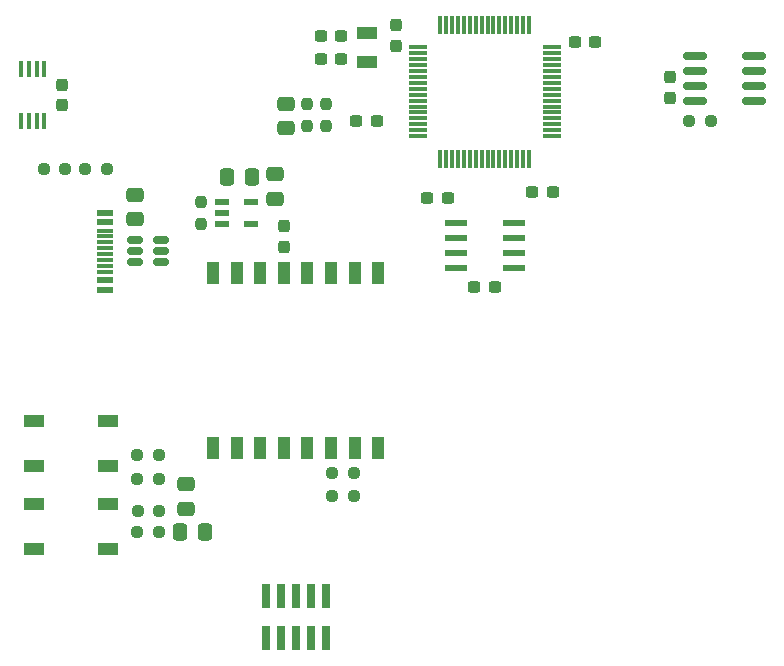
<source format=gbr>
%TF.GenerationSoftware,KiCad,Pcbnew,(5.99.0-12717-g57c7d663b0)*%
%TF.CreationDate,2021-10-22T11:26:34+02:00*%
%TF.ProjectId,Main_PCB,4d61696e-5f50-4434-922e-6b696361645f,rev?*%
%TF.SameCoordinates,Original*%
%TF.FileFunction,Paste,Top*%
%TF.FilePolarity,Positive*%
%FSLAX46Y46*%
G04 Gerber Fmt 4.6, Leading zero omitted, Abs format (unit mm)*
G04 Created by KiCad (PCBNEW (5.99.0-12717-g57c7d663b0)) date 2021-10-22 11:26:34*
%MOMM*%
%LPD*%
G01*
G04 APERTURE LIST*
G04 Aperture macros list*
%AMRoundRect*
0 Rectangle with rounded corners*
0 $1 Rounding radius*
0 $2 $3 $4 $5 $6 $7 $8 $9 X,Y pos of 4 corners*
0 Add a 4 corners polygon primitive as box body*
4,1,4,$2,$3,$4,$5,$6,$7,$8,$9,$2,$3,0*
0 Add four circle primitives for the rounded corners*
1,1,$1+$1,$2,$3*
1,1,$1+$1,$4,$5*
1,1,$1+$1,$6,$7*
1,1,$1+$1,$8,$9*
0 Add four rect primitives between the rounded corners*
20,1,$1+$1,$2,$3,$4,$5,0*
20,1,$1+$1,$4,$5,$6,$7,0*
20,1,$1+$1,$6,$7,$8,$9,0*
20,1,$1+$1,$8,$9,$2,$3,0*%
G04 Aperture macros list end*
%ADD10RoundRect,0.250000X0.475000X-0.337500X0.475000X0.337500X-0.475000X0.337500X-0.475000X-0.337500X0*%
%ADD11RoundRect,0.150000X0.512500X0.150000X-0.512500X0.150000X-0.512500X-0.150000X0.512500X-0.150000X0*%
%ADD12RoundRect,0.237500X0.237500X-0.300000X0.237500X0.300000X-0.237500X0.300000X-0.237500X-0.300000X0*%
%ADD13RoundRect,0.237500X0.300000X0.237500X-0.300000X0.237500X-0.300000X-0.237500X0.300000X-0.237500X0*%
%ADD14RoundRect,0.237500X-0.250000X-0.237500X0.250000X-0.237500X0.250000X0.237500X-0.250000X0.237500X0*%
%ADD15RoundRect,0.237500X0.250000X0.237500X-0.250000X0.237500X-0.250000X-0.237500X0.250000X-0.237500X0*%
%ADD16R,0.760000X2.050000*%
%ADD17R,1.450000X0.600000*%
%ADD18R,1.450000X0.300000*%
%ADD19RoundRect,0.237500X0.237500X-0.250000X0.237500X0.250000X-0.237500X0.250000X-0.237500X-0.250000X0*%
%ADD20R,1.700000X1.000000*%
%ADD21R,1.800000X1.000000*%
%ADD22RoundRect,0.150000X0.825000X0.150000X-0.825000X0.150000X-0.825000X-0.150000X0.825000X-0.150000X0*%
%ADD23R,0.450000X1.400000*%
%ADD24R,1.981200X0.558800*%
%ADD25RoundRect,0.075000X-0.700000X-0.075000X0.700000X-0.075000X0.700000X0.075000X-0.700000X0.075000X0*%
%ADD26RoundRect,0.075000X-0.075000X-0.700000X0.075000X-0.700000X0.075000X0.700000X-0.075000X0.700000X0*%
%ADD27RoundRect,0.237500X-0.300000X-0.237500X0.300000X-0.237500X0.300000X0.237500X-0.300000X0.237500X0*%
%ADD28RoundRect,0.250000X-0.475000X0.337500X-0.475000X-0.337500X0.475000X-0.337500X0.475000X0.337500X0*%
%ADD29RoundRect,0.237500X-0.237500X0.250000X-0.237500X-0.250000X0.237500X-0.250000X0.237500X0.250000X0*%
%ADD30RoundRect,0.250000X-0.337500X-0.475000X0.337500X-0.475000X0.337500X0.475000X-0.337500X0.475000X0*%
%ADD31RoundRect,0.237500X-0.237500X0.300000X-0.237500X-0.300000X0.237500X-0.300000X0.237500X0.300000X0*%
%ADD32R,1.050000X1.950000*%
%ADD33R,1.200000X0.600000*%
G04 APERTURE END LIST*
D10*
%TO.C,C19*%
X79440000Y-86037500D03*
X79440000Y-83962500D03*
%TD*%
D11*
%TO.C,U7*%
X81637500Y-89700000D03*
X81637500Y-88750000D03*
X81637500Y-87800000D03*
X79362500Y-87800000D03*
X79362500Y-88750000D03*
X79362500Y-89700000D03*
%TD*%
D12*
%TO.C,C6*%
X73250000Y-76362500D03*
X73250000Y-74637500D03*
%TD*%
D13*
%TO.C,C8*%
X118362500Y-71000000D03*
X116637500Y-71000000D03*
%TD*%
D14*
%TO.C,R8*%
X79587500Y-112500000D03*
X81412500Y-112500000D03*
%TD*%
D15*
%TO.C,R14*%
X128162500Y-77750000D03*
X126337500Y-77750000D03*
%TD*%
D14*
%TO.C,R6*%
X79625000Y-110750000D03*
X81450000Y-110750000D03*
%TD*%
D16*
%TO.C,JP1*%
X90480000Y-121500000D03*
X90480000Y-117940000D03*
X91750000Y-121500000D03*
X91750000Y-117940000D03*
X93020000Y-121500000D03*
X93020000Y-117940000D03*
X94290000Y-121500000D03*
X94290000Y-117940000D03*
X95560000Y-121500000D03*
X95560000Y-117940000D03*
%TD*%
D17*
%TO.C,J3*%
X76845000Y-85500000D03*
X76845000Y-86300000D03*
D18*
X76845000Y-87500000D03*
X76845000Y-88500000D03*
X76845000Y-89000000D03*
X76845000Y-90000000D03*
D17*
X76845000Y-91200000D03*
X76845000Y-92000000D03*
X76845000Y-92000000D03*
X76845000Y-91200000D03*
D18*
X76845000Y-90500000D03*
X76845000Y-89500000D03*
X76845000Y-88000000D03*
X76845000Y-87000000D03*
D17*
X76845000Y-86300000D03*
X76845000Y-85500000D03*
%TD*%
D19*
%TO.C,R11*%
X85000000Y-86412500D03*
X85000000Y-84587500D03*
%TD*%
D20*
%TO.C,SW2*%
X77150000Y-103100000D03*
X70850000Y-103100000D03*
X70850000Y-106900000D03*
X77150000Y-106900000D03*
%TD*%
D15*
%TO.C,R5*%
X73515000Y-81750000D03*
X71690000Y-81750000D03*
%TD*%
D21*
%TO.C,Y1*%
X99000000Y-70250000D03*
X99000000Y-72750000D03*
%TD*%
D22*
%TO.C,U8*%
X131775000Y-76005000D03*
X131775000Y-74735000D03*
X131775000Y-73465000D03*
X131775000Y-72195000D03*
X126825000Y-72195000D03*
X126825000Y-73465000D03*
X126825000Y-74735000D03*
X126825000Y-76005000D03*
%TD*%
D20*
%TO.C,SW1*%
X77150000Y-110150000D03*
X70850000Y-110150000D03*
X70850000Y-113950000D03*
X77150000Y-113950000D03*
%TD*%
D23*
%TO.C,IC1*%
X69775000Y-77700000D03*
X70425000Y-77700000D03*
X71075000Y-77700000D03*
X71725000Y-77700000D03*
X71725000Y-73300000D03*
X71075000Y-73300000D03*
X70425000Y-73300000D03*
X69775000Y-73300000D03*
%TD*%
D14*
%TO.C,R2*%
X96087500Y-107500000D03*
X97912500Y-107500000D03*
%TD*%
D15*
%TO.C,R3*%
X97912500Y-109500000D03*
X96087500Y-109500000D03*
%TD*%
D24*
%TO.C,U5*%
X106536200Y-86345000D03*
X106536200Y-87615000D03*
X106536200Y-88885000D03*
X106536200Y-90155000D03*
X111463800Y-90155000D03*
X111463800Y-88885000D03*
X111463800Y-87615000D03*
X111463800Y-86345000D03*
%TD*%
D25*
%TO.C,U4*%
X103325000Y-71500000D03*
X103325000Y-72000000D03*
X103325000Y-72500000D03*
X103325000Y-73000000D03*
X103325000Y-73500000D03*
X103325000Y-74000000D03*
X103325000Y-74500000D03*
X103325000Y-75000000D03*
X103325000Y-75500000D03*
X103325000Y-76000000D03*
X103325000Y-76500000D03*
X103325000Y-77000000D03*
X103325000Y-77500000D03*
X103325000Y-78000000D03*
X103325000Y-78500000D03*
X103325000Y-79000000D03*
D26*
X105250000Y-80925000D03*
X105750000Y-80925000D03*
X106250000Y-80925000D03*
X106750000Y-80925000D03*
X107250000Y-80925000D03*
X107750000Y-80925000D03*
X108250000Y-80925000D03*
X108750000Y-80925000D03*
X109250000Y-80925000D03*
X109750000Y-80925000D03*
X110250000Y-80925000D03*
X110750000Y-80925000D03*
X111250000Y-80925000D03*
X111750000Y-80925000D03*
X112250000Y-80925000D03*
X112750000Y-80925000D03*
D25*
X114675000Y-79000000D03*
X114675000Y-78500000D03*
X114675000Y-78000000D03*
X114675000Y-77500000D03*
X114675000Y-77000000D03*
X114675000Y-76500000D03*
X114675000Y-76000000D03*
X114675000Y-75500000D03*
X114675000Y-75000000D03*
X114675000Y-74500000D03*
X114675000Y-74000000D03*
X114675000Y-73500000D03*
X114675000Y-73000000D03*
X114675000Y-72500000D03*
X114675000Y-72000000D03*
X114675000Y-71500000D03*
D26*
X112750000Y-69575000D03*
X112250000Y-69575000D03*
X111750000Y-69575000D03*
X111250000Y-69575000D03*
X110750000Y-69575000D03*
X110250000Y-69575000D03*
X109750000Y-69575000D03*
X109250000Y-69575000D03*
X108750000Y-69575000D03*
X108250000Y-69575000D03*
X107750000Y-69575000D03*
X107250000Y-69575000D03*
X106750000Y-69575000D03*
X106250000Y-69575000D03*
X105750000Y-69575000D03*
X105250000Y-69575000D03*
%TD*%
D14*
%TO.C,R7*%
X79587500Y-108000000D03*
X81412500Y-108000000D03*
%TD*%
D27*
%TO.C,C9*%
X104137500Y-84250000D03*
X105862500Y-84250000D03*
%TD*%
D13*
%TO.C,C3*%
X96862500Y-70500000D03*
X95137500Y-70500000D03*
%TD*%
D28*
%TO.C,C13*%
X92200000Y-76250000D03*
X92200000Y-78325000D03*
%TD*%
D29*
%TO.C,R13*%
X94000000Y-76287500D03*
X94000000Y-78112500D03*
%TD*%
D10*
%TO.C,C18*%
X91250000Y-84287500D03*
X91250000Y-82212500D03*
%TD*%
D19*
%TO.C,R12*%
X95600000Y-78112500D03*
X95600000Y-76287500D03*
%TD*%
D30*
%TO.C,C2*%
X83212500Y-112500000D03*
X85287500Y-112500000D03*
%TD*%
D13*
%TO.C,C4*%
X96862500Y-72500000D03*
X95137500Y-72500000D03*
%TD*%
D31*
%TO.C,C1*%
X92000000Y-86637500D03*
X92000000Y-88362500D03*
%TD*%
D27*
%TO.C,C5*%
X108137500Y-91750000D03*
X109862500Y-91750000D03*
%TD*%
D30*
%TO.C,C17*%
X87212500Y-82500000D03*
X89287500Y-82500000D03*
%TD*%
D15*
%TO.C,R4*%
X77015000Y-81750000D03*
X75190000Y-81750000D03*
%TD*%
D28*
%TO.C,C20*%
X83750000Y-108462500D03*
X83750000Y-110537500D03*
%TD*%
D27*
%TO.C,C10*%
X113025000Y-83750000D03*
X114750000Y-83750000D03*
%TD*%
D14*
%TO.C,R9*%
X79587500Y-106000000D03*
X81412500Y-106000000D03*
%TD*%
D32*
%TO.C,U2*%
X86000000Y-105400000D03*
X88000000Y-105400000D03*
X90000000Y-105400000D03*
X92000000Y-105400000D03*
X94000000Y-105400000D03*
X96000000Y-105400000D03*
X98000000Y-105400000D03*
X100000000Y-105400000D03*
X100000000Y-90600000D03*
X98000000Y-90600000D03*
X96000000Y-90600000D03*
X94000000Y-90600000D03*
X92000000Y-90600000D03*
X90000000Y-90600000D03*
X88000000Y-90600000D03*
X86000000Y-90600000D03*
%TD*%
D31*
%TO.C,C16*%
X124670000Y-74022500D03*
X124670000Y-75747500D03*
%TD*%
D33*
%TO.C,PS2*%
X86750000Y-84550000D03*
X86750000Y-85500000D03*
X86750000Y-86450000D03*
X89250000Y-86450000D03*
X89250000Y-84550000D03*
%TD*%
D27*
%TO.C,C12*%
X98137500Y-77750000D03*
X99862500Y-77750000D03*
%TD*%
D31*
%TO.C,C11*%
X101500000Y-69637500D03*
X101500000Y-71362500D03*
%TD*%
M02*

</source>
